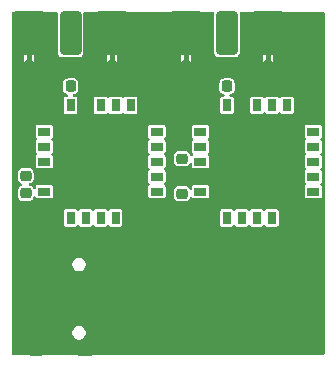
<source format=gbr>
%TF.GenerationSoftware,KiCad,Pcbnew,8.0.5*%
%TF.CreationDate,2025-02-04T19:21:07-06:00*%
%TF.ProjectId,Feather1268,46656174-6865-4723-9132-36382e6b6963,rev?*%
%TF.SameCoordinates,Original*%
%TF.FileFunction,Copper,L4,Bot*%
%TF.FilePolarity,Positive*%
%FSLAX46Y46*%
G04 Gerber Fmt 4.6, Leading zero omitted, Abs format (unit mm)*
G04 Created by KiCad (PCBNEW 8.0.5) date 2025-02-04 19:21:07*
%MOMM*%
%LPD*%
G01*
G04 APERTURE LIST*
G04 Aperture macros list*
%AMRoundRect*
0 Rectangle with rounded corners*
0 $1 Rounding radius*
0 $2 $3 $4 $5 $6 $7 $8 $9 X,Y pos of 4 corners*
0 Add a 4 corners polygon primitive as box body*
4,1,4,$2,$3,$4,$5,$6,$7,$8,$9,$2,$3,0*
0 Add four circle primitives for the rounded corners*
1,1,$1+$1,$2,$3*
1,1,$1+$1,$4,$5*
1,1,$1+$1,$6,$7*
1,1,$1+$1,$8,$9*
0 Add four rect primitives between the rounded corners*
20,1,$1+$1,$2,$3,$4,$5,0*
20,1,$1+$1,$4,$5,$6,$7,0*
20,1,$1+$1,$6,$7,$8,$9,0*
20,1,$1+$1,$8,$9,$2,$3,0*%
G04 Aperture macros list end*
%TA.AperFunction,EtchedComponent*%
%ADD10C,0.460000*%
%TD*%
%TA.AperFunction,SMDPad,CuDef*%
%ADD11R,0.762800X1.061999*%
%TD*%
%TA.AperFunction,SMDPad,CuDef*%
%ADD12R,1.061999X0.762800*%
%TD*%
%TA.AperFunction,SMDPad,CuDef*%
%ADD13RoundRect,0.218750X-0.218750X-0.256250X0.218750X-0.256250X0.218750X0.256250X-0.218750X0.256250X0*%
%TD*%
%TA.AperFunction,SMDPad,CuDef*%
%ADD14RoundRect,0.250000X0.640000X-1.595000X0.640000X1.595000X-0.640000X1.595000X-0.640000X-1.595000X0*%
%TD*%
%TA.AperFunction,ComponentPad*%
%ADD15C,0.970000*%
%TD*%
%TA.AperFunction,SMDPad,CuDef*%
%ADD16RoundRect,0.250000X1.082500X-1.595000X1.082500X1.595000X-1.082500X1.595000X-1.082500X-1.595000X0*%
%TD*%
%TA.AperFunction,ComponentPad*%
%ADD17O,2.100000X1.000000*%
%TD*%
%TA.AperFunction,ComponentPad*%
%ADD18O,1.800000X1.000000*%
%TD*%
%TA.AperFunction,SMDPad,CuDef*%
%ADD19RoundRect,0.225000X-0.250000X0.225000X-0.250000X-0.225000X0.250000X-0.225000X0.250000X0.225000X0*%
%TD*%
%TA.AperFunction,SMDPad,CuDef*%
%ADD20RoundRect,0.225000X0.250000X-0.225000X0.250000X0.225000X-0.250000X0.225000X-0.250000X-0.225000X0*%
%TD*%
%TA.AperFunction,ViaPad*%
%ADD21C,0.600000*%
%TD*%
G04 APERTURE END LIST*
D10*
%TO.C,J3*%
X125485000Y-32500000D02*
X125485000Y-29765000D01*
X118500000Y-32500000D02*
X118500000Y-29765000D01*
%TO.C,J1*%
X131737500Y-32500000D02*
X131737500Y-29765000D01*
X138722500Y-32500000D02*
X138722500Y-29765000D01*
%TD*%
D11*
%TO.P,U4,20,DIO1*%
%TO.N,/E22_DI01_1*%
X121992500Y-45420600D03*
%TO.P,U4,19,DIO2*%
%TO.N,/E22_DI02_1*%
X123262500Y-45420600D03*
%TO.P,U4,18,DIO3*%
%TO.N,/E22_DI03_1*%
X124532500Y-45420600D03*
%TO.P,U4,17,NC*%
%TO.N,unconnected-(U4-NC-Pad17)*%
X125802500Y-45420600D03*
%TO.P,U4,16,GND*%
%TO.N,GND*%
X127072500Y-45420600D03*
D12*
%TO.P,U4,15,SCK*%
%TO.N,/SPI_SCK*%
X129305300Y-43187800D03*
%TO.P,U4,14,NSS*%
%TO.N,/E22_CS_1*%
X129305300Y-41917800D03*
%TO.P,U4,13,MOSI*%
%TO.N,/SPI_MOSI*%
X129305300Y-40647800D03*
%TO.P,U4,12,MISO*%
%TO.N,/SPI_MISO*%
X129305300Y-39377800D03*
%TO.P,U4,11,BUSY*%
%TO.N,/E22_BUSY_1*%
X129305300Y-38107800D03*
D11*
%TO.P,U4,10,RXEN*%
%TO.N,/E22_RXEN_1*%
X127072500Y-35875000D03*
%TO.P,U4,9,TXEN*%
%TO.N,/E22_TXEN_1*%
X125802500Y-35875000D03*
%TO.P,U4,8,NC*%
%TO.N,unconnected-(U4-NC-Pad8)*%
X124532500Y-35875000D03*
%TO.P,U4,7,GND*%
%TO.N,GND*%
X123262500Y-35875000D03*
%TO.P,U4,6,ANT*%
%TO.N,Net-(J3-In)*%
X121992500Y-35875000D03*
D12*
%TO.P,U4,5,NC*%
%TO.N,unconnected-(U4-NC-Pad5)*%
X119759700Y-38107800D03*
%TO.P,U4,4,NC*%
%TO.N,unconnected-(U4-NC-Pad4)*%
X119759700Y-39377800D03*
%TO.P,U4,3,NRST*%
%TO.N,/E22_RESET_1*%
X119759700Y-40647800D03*
%TO.P,U4,2,GND*%
%TO.N,GND*%
X119759700Y-41917800D03*
%TO.P,U4,1,VCC*%
%TO.N,+3V3*%
X119759700Y-43187800D03*
%TD*%
%TO.P,U1,1,VCC*%
%TO.N,+3V3*%
X132997200Y-43187800D03*
%TO.P,U1,2,GND*%
%TO.N,GND*%
X132997200Y-41917800D03*
%TO.P,U1,3,NRST*%
%TO.N,/E22_RESET_0*%
X132997200Y-40647800D03*
%TO.P,U1,4,NC*%
%TO.N,unconnected-(U1-NC-Pad4)*%
X132997200Y-39377800D03*
%TO.P,U1,5,NC*%
%TO.N,unconnected-(U1-NC-Pad5)*%
X132997200Y-38107800D03*
D11*
%TO.P,U1,6,ANT*%
%TO.N,Net-(J1-In)*%
X135230000Y-35875000D03*
%TO.P,U1,7,GND*%
%TO.N,GND*%
X136500000Y-35875000D03*
%TO.P,U1,8,NC*%
%TO.N,unconnected-(U1-NC-Pad8)*%
X137770000Y-35875000D03*
%TO.P,U1,9,TXEN*%
%TO.N,/E22_TXEN_0*%
X139040000Y-35875000D03*
%TO.P,U1,10,RXEN*%
%TO.N,/E22_RXEN_0*%
X140310000Y-35875000D03*
D12*
%TO.P,U1,11,BUSY*%
%TO.N,/E22_BUSY_0*%
X142542800Y-38107800D03*
%TO.P,U1,12,MISO*%
%TO.N,/SPI_MISO*%
X142542800Y-39377800D03*
%TO.P,U1,13,MOSI*%
%TO.N,/SPI_MOSI*%
X142542800Y-40647800D03*
%TO.P,U1,14,NSS*%
%TO.N,/E22_CS_0*%
X142542800Y-41917800D03*
%TO.P,U1,15,SCK*%
%TO.N,/SPI_SCK*%
X142542800Y-43187800D03*
D11*
%TO.P,U1,16,GND*%
%TO.N,GND*%
X140310000Y-45420600D03*
%TO.P,U1,17,NC*%
%TO.N,unconnected-(U1-NC-Pad17)*%
X139040000Y-45420600D03*
%TO.P,U1,18,DIO3*%
%TO.N,/E22_DI03_0*%
X137770000Y-45420600D03*
%TO.P,U1,19,DIO2*%
%TO.N,/E22_DI02_0*%
X136500000Y-45420600D03*
%TO.P,U1,20,DIO1*%
%TO.N,/E22_DI01_0*%
X135230000Y-45420600D03*
%TD*%
D13*
%TO.P,L2,1,1*%
%TO.N,Net-(J3-In)*%
X122005000Y-34275000D03*
%TO.P,L2,2,2*%
%TO.N,GND*%
X123580000Y-34275000D03*
%TD*%
%TO.P,L1,1,1*%
%TO.N,Net-(J1-In)*%
X135242500Y-34275000D03*
%TO.P,L1,2,2*%
%TO.N,GND*%
X136817500Y-34275000D03*
%TD*%
D14*
%TO.P,J3,1,In*%
%TO.N,Net-(J3-In)*%
X121992500Y-29765000D03*
D15*
%TO.P,J3,2,Ext*%
%TO.N,GND*%
X125485000Y-32500000D03*
X118500000Y-32500000D03*
D16*
X125485000Y-29765000D03*
X118500000Y-29765000D03*
%TD*%
D17*
%TO.P,J2,S1,SHIELD*%
%TO.N,GND*%
X123215000Y-47930000D03*
D18*
X119035000Y-47930000D03*
D17*
X123215000Y-56570000D03*
D18*
X119035000Y-56570000D03*
%TD*%
D16*
%TO.P,J1,2,Ext*%
%TO.N,GND*%
X131737500Y-29765000D03*
X138722500Y-29765000D03*
D15*
X131737500Y-32500000D03*
X138722500Y-32500000D03*
D14*
%TO.P,J1,1,In*%
%TO.N,Net-(J1-In)*%
X135230000Y-29765000D03*
%TD*%
D19*
%TO.P,C8,1*%
%TO.N,+3V3*%
X118192500Y-43325000D03*
%TO.P,C8,2*%
%TO.N,GND*%
X118192500Y-44875000D03*
%TD*%
%TO.P,C3,2*%
%TO.N,GND*%
X131430000Y-44925000D03*
%TO.P,C3,1*%
%TO.N,+3V3*%
X131430000Y-43375000D03*
%TD*%
%TO.P,C2,2*%
%TO.N,GND*%
X131430000Y-41950000D03*
%TO.P,C2,1*%
%TO.N,+3V3*%
X131430000Y-40400000D03*
%TD*%
D20*
%TO.P,C1,1*%
%TO.N,+3V3*%
X118192500Y-41850000D03*
%TO.P,C1,2*%
%TO.N,GND*%
X118192500Y-40300000D03*
%TD*%
D21*
%TO.N,+3V3*%
X142100000Y-32775000D03*
X139500000Y-33600000D03*
X140325000Y-32775000D03*
X119388900Y-35825000D03*
%TD*%
%TA.AperFunction,Conductor*%
%TO.N,GND*%
G36*
X120862279Y-28019407D02*
G01*
X120898243Y-28068907D01*
X120902655Y-28108747D01*
X120902000Y-28115728D01*
X120902000Y-31414274D01*
X120904853Y-31444694D01*
X120904855Y-31444703D01*
X120949707Y-31572883D01*
X121030345Y-31682144D01*
X121030347Y-31682146D01*
X121030350Y-31682150D01*
X121030353Y-31682152D01*
X121030355Y-31682154D01*
X121139616Y-31762792D01*
X121139617Y-31762792D01*
X121139618Y-31762793D01*
X121267801Y-31807646D01*
X121298225Y-31810499D01*
X121298227Y-31810500D01*
X121298234Y-31810500D01*
X122686773Y-31810500D01*
X122686773Y-31810499D01*
X122717199Y-31807646D01*
X122845382Y-31762793D01*
X122954650Y-31682150D01*
X123035293Y-31572882D01*
X123080146Y-31444699D01*
X123082999Y-31414273D01*
X123083000Y-31414273D01*
X123083000Y-29708324D01*
X125054500Y-29708324D01*
X125054500Y-32556676D01*
X125083838Y-32666167D01*
X125140514Y-32764333D01*
X125220667Y-32844486D01*
X125318833Y-32901162D01*
X125428324Y-32930500D01*
X125428326Y-32930500D01*
X125541674Y-32930500D01*
X125541676Y-32930500D01*
X125651167Y-32901162D01*
X125749333Y-32844486D01*
X125829486Y-32764333D01*
X125886162Y-32666167D01*
X125915500Y-32556676D01*
X125915500Y-29708324D01*
X131307000Y-29708324D01*
X131307000Y-32556676D01*
X131336338Y-32666167D01*
X131393014Y-32764333D01*
X131473167Y-32844486D01*
X131571333Y-32901162D01*
X131680824Y-32930500D01*
X131680826Y-32930500D01*
X131794174Y-32930500D01*
X131794176Y-32930500D01*
X131903667Y-32901162D01*
X132001833Y-32844486D01*
X132081986Y-32764333D01*
X132138662Y-32666167D01*
X132168000Y-32556676D01*
X132168000Y-29708324D01*
X132138662Y-29598833D01*
X132081986Y-29500667D01*
X132001833Y-29420514D01*
X131903667Y-29363838D01*
X131794176Y-29334500D01*
X131680824Y-29334500D01*
X131571333Y-29363838D01*
X131473167Y-29420514D01*
X131393014Y-29500667D01*
X131336338Y-29598833D01*
X131307000Y-29708324D01*
X125915500Y-29708324D01*
X125886162Y-29598833D01*
X125829486Y-29500667D01*
X125749333Y-29420514D01*
X125651167Y-29363838D01*
X125541676Y-29334500D01*
X125428324Y-29334500D01*
X125318833Y-29363838D01*
X125220667Y-29420514D01*
X125140514Y-29500667D01*
X125083838Y-29598833D01*
X125054500Y-29708324D01*
X123083000Y-29708324D01*
X123083000Y-28115728D01*
X123082345Y-28108747D01*
X123095734Y-28049045D01*
X123141659Y-28008614D01*
X123180912Y-28000500D01*
X134041588Y-28000500D01*
X134099779Y-28019407D01*
X134135743Y-28068907D01*
X134140155Y-28108747D01*
X134139500Y-28115728D01*
X134139500Y-31414274D01*
X134142353Y-31444694D01*
X134142355Y-31444703D01*
X134187207Y-31572883D01*
X134267845Y-31682144D01*
X134267847Y-31682146D01*
X134267850Y-31682150D01*
X134267853Y-31682152D01*
X134267855Y-31682154D01*
X134377116Y-31762792D01*
X134377117Y-31762792D01*
X134377118Y-31762793D01*
X134505301Y-31807646D01*
X134535725Y-31810499D01*
X134535727Y-31810500D01*
X134535734Y-31810500D01*
X135924273Y-31810500D01*
X135924273Y-31810499D01*
X135954699Y-31807646D01*
X136082882Y-31762793D01*
X136192150Y-31682150D01*
X136272793Y-31572882D01*
X136317646Y-31444699D01*
X136320499Y-31414273D01*
X136320500Y-31414273D01*
X136320500Y-29708324D01*
X138292000Y-29708324D01*
X138292000Y-32556676D01*
X138321338Y-32666167D01*
X138378014Y-32764333D01*
X138458167Y-32844486D01*
X138556333Y-32901162D01*
X138665824Y-32930500D01*
X138665826Y-32930500D01*
X138779174Y-32930500D01*
X138779176Y-32930500D01*
X138888667Y-32901162D01*
X138986833Y-32844486D01*
X139066986Y-32764333D01*
X139123662Y-32666167D01*
X139153000Y-32556676D01*
X139153000Y-29708324D01*
X139123662Y-29598833D01*
X139066986Y-29500667D01*
X138986833Y-29420514D01*
X138888667Y-29363838D01*
X138779176Y-29334500D01*
X138665824Y-29334500D01*
X138556333Y-29363838D01*
X138458167Y-29420514D01*
X138378014Y-29500667D01*
X138321338Y-29598833D01*
X138292000Y-29708324D01*
X136320500Y-29708324D01*
X136320500Y-28115728D01*
X136319845Y-28108747D01*
X136333234Y-28049045D01*
X136379159Y-28008614D01*
X136418412Y-28000500D01*
X143400500Y-28000500D01*
X143458691Y-28019407D01*
X143494655Y-28068907D01*
X143499500Y-28099500D01*
X143499500Y-56900500D01*
X143480593Y-56958691D01*
X143431093Y-56994655D01*
X143400500Y-56999500D01*
X117099500Y-56999500D01*
X117041309Y-56980593D01*
X117005345Y-56931093D01*
X117000500Y-56900500D01*
X117000500Y-55064234D01*
X122139500Y-55064234D01*
X122139500Y-55215766D01*
X122174086Y-55344847D01*
X122178720Y-55362139D01*
X122254481Y-55493360D01*
X122254483Y-55493362D01*
X122254485Y-55493365D01*
X122361635Y-55600515D01*
X122361637Y-55600516D01*
X122361639Y-55600518D01*
X122492861Y-55676279D01*
X122492859Y-55676279D01*
X122492863Y-55676280D01*
X122492865Y-55676281D01*
X122639234Y-55715500D01*
X122639236Y-55715500D01*
X122790764Y-55715500D01*
X122790766Y-55715500D01*
X122937135Y-55676281D01*
X122937137Y-55676279D01*
X122937139Y-55676279D01*
X123068360Y-55600518D01*
X123068360Y-55600517D01*
X123068365Y-55600515D01*
X123175515Y-55493365D01*
X123251281Y-55362135D01*
X123290500Y-55215766D01*
X123290500Y-55064234D01*
X123251281Y-54917865D01*
X123251279Y-54917862D01*
X123251279Y-54917860D01*
X123175518Y-54786639D01*
X123175516Y-54786637D01*
X123175515Y-54786635D01*
X123068365Y-54679485D01*
X123068362Y-54679483D01*
X123068360Y-54679481D01*
X122937138Y-54603720D01*
X122937140Y-54603720D01*
X122880347Y-54588503D01*
X122790766Y-54564500D01*
X122639234Y-54564500D01*
X122549652Y-54588503D01*
X122492860Y-54603720D01*
X122361639Y-54679481D01*
X122254481Y-54786639D01*
X122178720Y-54917860D01*
X122178719Y-54917865D01*
X122139500Y-55064234D01*
X117000500Y-55064234D01*
X117000500Y-49284234D01*
X122139500Y-49284234D01*
X122139500Y-49435766D01*
X122174086Y-49564847D01*
X122178720Y-49582139D01*
X122254481Y-49713360D01*
X122254483Y-49713362D01*
X122254485Y-49713365D01*
X122361635Y-49820515D01*
X122361637Y-49820516D01*
X122361639Y-49820518D01*
X122492861Y-49896279D01*
X122492859Y-49896279D01*
X122492863Y-49896280D01*
X122492865Y-49896281D01*
X122639234Y-49935500D01*
X122639236Y-49935500D01*
X122790764Y-49935500D01*
X122790766Y-49935500D01*
X122937135Y-49896281D01*
X122937137Y-49896279D01*
X122937139Y-49896279D01*
X123068360Y-49820518D01*
X123068360Y-49820517D01*
X123068365Y-49820515D01*
X123175515Y-49713365D01*
X123251281Y-49582135D01*
X123290500Y-49435766D01*
X123290500Y-49284234D01*
X123251281Y-49137865D01*
X123251279Y-49137862D01*
X123251279Y-49137860D01*
X123175518Y-49006639D01*
X123175516Y-49006637D01*
X123175515Y-49006635D01*
X123068365Y-48899485D01*
X123068362Y-48899483D01*
X123068360Y-48899481D01*
X122937138Y-48823720D01*
X122937140Y-48823720D01*
X122880347Y-48808503D01*
X122790766Y-48784500D01*
X122639234Y-48784500D01*
X122549652Y-48808503D01*
X122492860Y-48823720D01*
X122361639Y-48899481D01*
X122254481Y-49006639D01*
X122178720Y-49137860D01*
X122178719Y-49137865D01*
X122139500Y-49284234D01*
X117000500Y-49284234D01*
X117000500Y-44869853D01*
X121410600Y-44869853D01*
X121410600Y-45971346D01*
X121410601Y-45971358D01*
X121422232Y-46029827D01*
X121422234Y-46029833D01*
X121439815Y-46056144D01*
X121466548Y-46096152D01*
X121532869Y-46140467D01*
X121577331Y-46149311D01*
X121591341Y-46152098D01*
X121591346Y-46152098D01*
X121591352Y-46152100D01*
X121591353Y-46152100D01*
X122393647Y-46152100D01*
X122393648Y-46152100D01*
X122452131Y-46140467D01*
X122518452Y-46096152D01*
X122545185Y-46056142D01*
X122593234Y-46018264D01*
X122654372Y-46015862D01*
X122705246Y-46049855D01*
X122709804Y-46056128D01*
X122736548Y-46096152D01*
X122802869Y-46140467D01*
X122847331Y-46149311D01*
X122861341Y-46152098D01*
X122861346Y-46152098D01*
X122861352Y-46152100D01*
X122861353Y-46152100D01*
X123663647Y-46152100D01*
X123663648Y-46152100D01*
X123722131Y-46140467D01*
X123788452Y-46096152D01*
X123815185Y-46056142D01*
X123863234Y-46018264D01*
X123924372Y-46015862D01*
X123975246Y-46049855D01*
X123979804Y-46056128D01*
X124006548Y-46096152D01*
X124072869Y-46140467D01*
X124117331Y-46149311D01*
X124131341Y-46152098D01*
X124131346Y-46152098D01*
X124131352Y-46152100D01*
X124131353Y-46152100D01*
X124933647Y-46152100D01*
X124933648Y-46152100D01*
X124992131Y-46140467D01*
X125058452Y-46096152D01*
X125085185Y-46056142D01*
X125133234Y-46018264D01*
X125194372Y-46015862D01*
X125245246Y-46049855D01*
X125249804Y-46056128D01*
X125276548Y-46096152D01*
X125342869Y-46140467D01*
X125387331Y-46149311D01*
X125401341Y-46152098D01*
X125401346Y-46152098D01*
X125401352Y-46152100D01*
X125401353Y-46152100D01*
X126203647Y-46152100D01*
X126203648Y-46152100D01*
X126262131Y-46140467D01*
X126328452Y-46096152D01*
X126372767Y-46029831D01*
X126384400Y-45971348D01*
X126384400Y-44869853D01*
X134648100Y-44869853D01*
X134648100Y-45971346D01*
X134648101Y-45971358D01*
X134659732Y-46029827D01*
X134659734Y-46029833D01*
X134677315Y-46056144D01*
X134704048Y-46096152D01*
X134770369Y-46140467D01*
X134814831Y-46149311D01*
X134828841Y-46152098D01*
X134828846Y-46152098D01*
X134828852Y-46152100D01*
X134828853Y-46152100D01*
X135631147Y-46152100D01*
X135631148Y-46152100D01*
X135689631Y-46140467D01*
X135755952Y-46096152D01*
X135782685Y-46056142D01*
X135830734Y-46018264D01*
X135891872Y-46015862D01*
X135942746Y-46049855D01*
X135947304Y-46056128D01*
X135974048Y-46096152D01*
X136040369Y-46140467D01*
X136084831Y-46149311D01*
X136098841Y-46152098D01*
X136098846Y-46152098D01*
X136098852Y-46152100D01*
X136098853Y-46152100D01*
X136901147Y-46152100D01*
X136901148Y-46152100D01*
X136959631Y-46140467D01*
X137025952Y-46096152D01*
X137052685Y-46056142D01*
X137100734Y-46018264D01*
X137161872Y-46015862D01*
X137212746Y-46049855D01*
X137217304Y-46056128D01*
X137244048Y-46096152D01*
X137310369Y-46140467D01*
X137354831Y-46149311D01*
X137368841Y-46152098D01*
X137368846Y-46152098D01*
X137368852Y-46152100D01*
X137368853Y-46152100D01*
X138171147Y-46152100D01*
X138171148Y-46152100D01*
X138229631Y-46140467D01*
X138295952Y-46096152D01*
X138322685Y-46056142D01*
X138370734Y-46018264D01*
X138431872Y-46015862D01*
X138482746Y-46049855D01*
X138487304Y-46056128D01*
X138514048Y-46096152D01*
X138580369Y-46140467D01*
X138624831Y-46149311D01*
X138638841Y-46152098D01*
X138638846Y-46152098D01*
X138638852Y-46152100D01*
X138638853Y-46152100D01*
X139441147Y-46152100D01*
X139441148Y-46152100D01*
X139499631Y-46140467D01*
X139565952Y-46096152D01*
X139610267Y-46029831D01*
X139621900Y-45971348D01*
X139621900Y-44869852D01*
X139610267Y-44811369D01*
X139565952Y-44745048D01*
X139565948Y-44745045D01*
X139499633Y-44700734D01*
X139499631Y-44700733D01*
X139499628Y-44700732D01*
X139499627Y-44700732D01*
X139441158Y-44689101D01*
X139441148Y-44689100D01*
X138638852Y-44689100D01*
X138638851Y-44689100D01*
X138638841Y-44689101D01*
X138580372Y-44700732D01*
X138580366Y-44700734D01*
X138514051Y-44745045D01*
X138514045Y-44745051D01*
X138487315Y-44785056D01*
X138439265Y-44822935D01*
X138378127Y-44825337D01*
X138327253Y-44791344D01*
X138322685Y-44785056D01*
X138295954Y-44745051D01*
X138295952Y-44745048D01*
X138295948Y-44745045D01*
X138229633Y-44700734D01*
X138229631Y-44700733D01*
X138229628Y-44700732D01*
X138229627Y-44700732D01*
X138171158Y-44689101D01*
X138171148Y-44689100D01*
X137368852Y-44689100D01*
X137368851Y-44689100D01*
X137368841Y-44689101D01*
X137310372Y-44700732D01*
X137310366Y-44700734D01*
X137244051Y-44745045D01*
X137244045Y-44745051D01*
X137217315Y-44785056D01*
X137169265Y-44822935D01*
X137108127Y-44825337D01*
X137057253Y-44791344D01*
X137052685Y-44785056D01*
X137025954Y-44745051D01*
X137025952Y-44745048D01*
X137025948Y-44745045D01*
X136959633Y-44700734D01*
X136959631Y-44700733D01*
X136959628Y-44700732D01*
X136959627Y-44700732D01*
X136901158Y-44689101D01*
X136901148Y-44689100D01*
X136098852Y-44689100D01*
X136098851Y-44689100D01*
X136098841Y-44689101D01*
X136040372Y-44700732D01*
X136040366Y-44700734D01*
X135974051Y-44745045D01*
X135974045Y-44745051D01*
X135947315Y-44785056D01*
X135899265Y-44822935D01*
X135838127Y-44825337D01*
X135787253Y-44791344D01*
X135782685Y-44785056D01*
X135755954Y-44745051D01*
X135755952Y-44745048D01*
X135755948Y-44745045D01*
X135689633Y-44700734D01*
X135689631Y-44700733D01*
X135689628Y-44700732D01*
X135689627Y-44700732D01*
X135631158Y-44689101D01*
X135631148Y-44689100D01*
X134828852Y-44689100D01*
X134828851Y-44689100D01*
X134828841Y-44689101D01*
X134770372Y-44700732D01*
X134770366Y-44700734D01*
X134704051Y-44745045D01*
X134704045Y-44745051D01*
X134659734Y-44811366D01*
X134659732Y-44811372D01*
X134648101Y-44869841D01*
X134648100Y-44869853D01*
X126384400Y-44869853D01*
X126384400Y-44869852D01*
X126372767Y-44811369D01*
X126328452Y-44745048D01*
X126328448Y-44745045D01*
X126262133Y-44700734D01*
X126262131Y-44700733D01*
X126262128Y-44700732D01*
X126262127Y-44700732D01*
X126203658Y-44689101D01*
X126203648Y-44689100D01*
X125401352Y-44689100D01*
X125401351Y-44689100D01*
X125401341Y-44689101D01*
X125342872Y-44700732D01*
X125342866Y-44700734D01*
X125276551Y-44745045D01*
X125276545Y-44745051D01*
X125249815Y-44785056D01*
X125201765Y-44822935D01*
X125140627Y-44825337D01*
X125089753Y-44791344D01*
X125085185Y-44785056D01*
X125058454Y-44745051D01*
X125058452Y-44745048D01*
X125058448Y-44745045D01*
X124992133Y-44700734D01*
X124992131Y-44700733D01*
X124992128Y-44700732D01*
X124992127Y-44700732D01*
X124933658Y-44689101D01*
X124933648Y-44689100D01*
X124131352Y-44689100D01*
X124131351Y-44689100D01*
X124131341Y-44689101D01*
X124072872Y-44700732D01*
X124072866Y-44700734D01*
X124006551Y-44745045D01*
X124006545Y-44745051D01*
X123979815Y-44785056D01*
X123931765Y-44822935D01*
X123870627Y-44825337D01*
X123819753Y-44791344D01*
X123815185Y-44785056D01*
X123788454Y-44745051D01*
X123788452Y-44745048D01*
X123788448Y-44745045D01*
X123722133Y-44700734D01*
X123722131Y-44700733D01*
X123722128Y-44700732D01*
X123722127Y-44700732D01*
X123663658Y-44689101D01*
X123663648Y-44689100D01*
X122861352Y-44689100D01*
X122861351Y-44689100D01*
X122861341Y-44689101D01*
X122802872Y-44700732D01*
X122802866Y-44700734D01*
X122736551Y-44745045D01*
X122736545Y-44745051D01*
X122709815Y-44785056D01*
X122661765Y-44822935D01*
X122600627Y-44825337D01*
X122549753Y-44791344D01*
X122545185Y-44785056D01*
X122518454Y-44745051D01*
X122518452Y-44745048D01*
X122518448Y-44745045D01*
X122452133Y-44700734D01*
X122452131Y-44700733D01*
X122452128Y-44700732D01*
X122452127Y-44700732D01*
X122393658Y-44689101D01*
X122393648Y-44689100D01*
X121591352Y-44689100D01*
X121591351Y-44689100D01*
X121591341Y-44689101D01*
X121532872Y-44700732D01*
X121532866Y-44700734D01*
X121466551Y-44745045D01*
X121466545Y-44745051D01*
X121422234Y-44811366D01*
X121422232Y-44811372D01*
X121410601Y-44869841D01*
X121410600Y-44869853D01*
X117000500Y-44869853D01*
X117000500Y-41591510D01*
X117517000Y-41591510D01*
X117517000Y-42108489D01*
X117532781Y-42208125D01*
X117532783Y-42208132D01*
X117593970Y-42328217D01*
X117593972Y-42328220D01*
X117689280Y-42423528D01*
X117689282Y-42423529D01*
X117809367Y-42484716D01*
X117809369Y-42484716D01*
X117809374Y-42484719D01*
X117840943Y-42489719D01*
X117895459Y-42517497D01*
X117923236Y-42572014D01*
X117913664Y-42632446D01*
X117870399Y-42675710D01*
X117840943Y-42685281D01*
X117809374Y-42690281D01*
X117809367Y-42690283D01*
X117689282Y-42751470D01*
X117593970Y-42846782D01*
X117532783Y-42966867D01*
X117532781Y-42966874D01*
X117517000Y-43066510D01*
X117517000Y-43583489D01*
X117520190Y-43603632D01*
X117525843Y-43639324D01*
X117532781Y-43683125D01*
X117532783Y-43683132D01*
X117593970Y-43803217D01*
X117593972Y-43803220D01*
X117689280Y-43898528D01*
X117689282Y-43898529D01*
X117809367Y-43959716D01*
X117809369Y-43959716D01*
X117809374Y-43959719D01*
X117885041Y-43971703D01*
X117909010Y-43975500D01*
X117909012Y-43975500D01*
X118475990Y-43975500D01*
X118497385Y-43972111D01*
X118575626Y-43959719D01*
X118695720Y-43898528D01*
X118791028Y-43803220D01*
X118846245Y-43694849D01*
X118852216Y-43683132D01*
X118852216Y-43683131D01*
X118852219Y-43683126D01*
X118853291Y-43676355D01*
X118881068Y-43621839D01*
X118935584Y-43594061D01*
X118996016Y-43603632D01*
X119032793Y-43640408D01*
X119034416Y-43639324D01*
X119039833Y-43647431D01*
X119084148Y-43713752D01*
X119150469Y-43758067D01*
X119194931Y-43766911D01*
X119208941Y-43769698D01*
X119208946Y-43769698D01*
X119208952Y-43769700D01*
X119208953Y-43769700D01*
X120310447Y-43769700D01*
X120310448Y-43769700D01*
X120368931Y-43758067D01*
X120435252Y-43713752D01*
X120479567Y-43647431D01*
X120491200Y-43588948D01*
X120491200Y-42786652D01*
X120479567Y-42728169D01*
X120435252Y-42661848D01*
X120435248Y-42661845D01*
X120368933Y-42617534D01*
X120368931Y-42617533D01*
X120368928Y-42617532D01*
X120368927Y-42617532D01*
X120310458Y-42605901D01*
X120310448Y-42605900D01*
X119208952Y-42605900D01*
X119208951Y-42605900D01*
X119208941Y-42605901D01*
X119150472Y-42617532D01*
X119150466Y-42617534D01*
X119084151Y-42661845D01*
X119084145Y-42661851D01*
X119039834Y-42728166D01*
X119039832Y-42728172D01*
X119028201Y-42786641D01*
X119028200Y-42786653D01*
X119028200Y-42899891D01*
X119009293Y-42958082D01*
X118959793Y-42994046D01*
X118898607Y-42994046D01*
X118849107Y-42958082D01*
X118840991Y-42944837D01*
X118791029Y-42846782D01*
X118791028Y-42846780D01*
X118695720Y-42751472D01*
X118695717Y-42751470D01*
X118575632Y-42690283D01*
X118575627Y-42690281D01*
X118575626Y-42690281D01*
X118544056Y-42685280D01*
X118489540Y-42657503D01*
X118461763Y-42602987D01*
X118471335Y-42542555D01*
X118514599Y-42499290D01*
X118544057Y-42489719D01*
X118575626Y-42484719D01*
X118695720Y-42423528D01*
X118791028Y-42328220D01*
X118852219Y-42208126D01*
X118868000Y-42108488D01*
X118868000Y-41591512D01*
X118852219Y-41491874D01*
X118852216Y-41491869D01*
X118852216Y-41491867D01*
X118791029Y-41371782D01*
X118791028Y-41371780D01*
X118695720Y-41276472D01*
X118695717Y-41276470D01*
X118575632Y-41215283D01*
X118575627Y-41215281D01*
X118575626Y-41215281D01*
X118542413Y-41210020D01*
X118475990Y-41199500D01*
X118475988Y-41199500D01*
X117909012Y-41199500D01*
X117909010Y-41199500D01*
X117809374Y-41215281D01*
X117809367Y-41215283D01*
X117689282Y-41276470D01*
X117593970Y-41371782D01*
X117532783Y-41491867D01*
X117532781Y-41491874D01*
X117517000Y-41591510D01*
X117000500Y-41591510D01*
X117000500Y-37706653D01*
X119028200Y-37706653D01*
X119028200Y-38508946D01*
X119028201Y-38508958D01*
X119039832Y-38567427D01*
X119039833Y-38567431D01*
X119084148Y-38633752D01*
X119084151Y-38633754D01*
X119124156Y-38660485D01*
X119162035Y-38708535D01*
X119164437Y-38769673D01*
X119130444Y-38820547D01*
X119124156Y-38825115D01*
X119084151Y-38851845D01*
X119084145Y-38851851D01*
X119039834Y-38918166D01*
X119039832Y-38918172D01*
X119028201Y-38976641D01*
X119028200Y-38976653D01*
X119028200Y-39778946D01*
X119028201Y-39778958D01*
X119037653Y-39826472D01*
X119039833Y-39837431D01*
X119084148Y-39903752D01*
X119084151Y-39903754D01*
X119124156Y-39930485D01*
X119162035Y-39978535D01*
X119164437Y-40039673D01*
X119130444Y-40090547D01*
X119124156Y-40095115D01*
X119084151Y-40121845D01*
X119084145Y-40121851D01*
X119039834Y-40188166D01*
X119039832Y-40188172D01*
X119028201Y-40246641D01*
X119028200Y-40246653D01*
X119028200Y-41048946D01*
X119028201Y-41048958D01*
X119039832Y-41107427D01*
X119039833Y-41107431D01*
X119084148Y-41173752D01*
X119150469Y-41218067D01*
X119194931Y-41226911D01*
X119208941Y-41229698D01*
X119208946Y-41229698D01*
X119208952Y-41229700D01*
X119208953Y-41229700D01*
X120310447Y-41229700D01*
X120310448Y-41229700D01*
X120368931Y-41218067D01*
X120435252Y-41173752D01*
X120479567Y-41107431D01*
X120491200Y-41048948D01*
X120491200Y-40246652D01*
X120479567Y-40188169D01*
X120435252Y-40121848D01*
X120395242Y-40095114D01*
X120357364Y-40047066D01*
X120354962Y-39985928D01*
X120388955Y-39935054D01*
X120395228Y-39930495D01*
X120435252Y-39903752D01*
X120479567Y-39837431D01*
X120491200Y-39778948D01*
X120491200Y-38976652D01*
X120479567Y-38918169D01*
X120435252Y-38851848D01*
X120395242Y-38825114D01*
X120357364Y-38777066D01*
X120354962Y-38715928D01*
X120388955Y-38665054D01*
X120395228Y-38660495D01*
X120435252Y-38633752D01*
X120479567Y-38567431D01*
X120491200Y-38508948D01*
X120491200Y-37706653D01*
X128573800Y-37706653D01*
X128573800Y-38508946D01*
X128573801Y-38508958D01*
X128585432Y-38567427D01*
X128585433Y-38567431D01*
X128629748Y-38633752D01*
X128629751Y-38633754D01*
X128669756Y-38660485D01*
X128707635Y-38708535D01*
X128710037Y-38769673D01*
X128676044Y-38820547D01*
X128669756Y-38825115D01*
X128629751Y-38851845D01*
X128629745Y-38851851D01*
X128585434Y-38918166D01*
X128585432Y-38918172D01*
X128573801Y-38976641D01*
X128573800Y-38976653D01*
X128573800Y-39778946D01*
X128573801Y-39778958D01*
X128583253Y-39826472D01*
X128585433Y-39837431D01*
X128629748Y-39903752D01*
X128629751Y-39903754D01*
X128669756Y-39930485D01*
X128707635Y-39978535D01*
X128710037Y-40039673D01*
X128676044Y-40090547D01*
X128669756Y-40095115D01*
X128629751Y-40121845D01*
X128629745Y-40121851D01*
X128585434Y-40188166D01*
X128585432Y-40188172D01*
X128573801Y-40246641D01*
X128573800Y-40246653D01*
X128573800Y-41048946D01*
X128573801Y-41048958D01*
X128585432Y-41107427D01*
X128585433Y-41107431D01*
X128629748Y-41173752D01*
X128629751Y-41173754D01*
X128669756Y-41200485D01*
X128707635Y-41248535D01*
X128710037Y-41309673D01*
X128676044Y-41360547D01*
X128669756Y-41365115D01*
X128629751Y-41391845D01*
X128629745Y-41391851D01*
X128585434Y-41458166D01*
X128585432Y-41458172D01*
X128573801Y-41516641D01*
X128573800Y-41516653D01*
X128573800Y-42318946D01*
X128573801Y-42318958D01*
X128585432Y-42377427D01*
X128585434Y-42377433D01*
X128616235Y-42423529D01*
X128629748Y-42443752D01*
X128629751Y-42443754D01*
X128669756Y-42470485D01*
X128707635Y-42518535D01*
X128710037Y-42579673D01*
X128676044Y-42630547D01*
X128669756Y-42635115D01*
X128629751Y-42661845D01*
X128629745Y-42661851D01*
X128585434Y-42728166D01*
X128585432Y-42728172D01*
X128573801Y-42786641D01*
X128573800Y-42786653D01*
X128573800Y-43588946D01*
X128573801Y-43588958D01*
X128585432Y-43647427D01*
X128585434Y-43647433D01*
X128609283Y-43683125D01*
X128629748Y-43713752D01*
X128696069Y-43758067D01*
X128740531Y-43766911D01*
X128754541Y-43769698D01*
X128754546Y-43769698D01*
X128754552Y-43769700D01*
X128754553Y-43769700D01*
X129856047Y-43769700D01*
X129856048Y-43769700D01*
X129914531Y-43758067D01*
X129980852Y-43713752D01*
X130025167Y-43647431D01*
X130036800Y-43588948D01*
X130036800Y-43116512D01*
X130754500Y-43116512D01*
X130754500Y-43633488D01*
X130767212Y-43713752D01*
X130770281Y-43733125D01*
X130770283Y-43733132D01*
X130831470Y-43853217D01*
X130831472Y-43853220D01*
X130926780Y-43948528D01*
X130926782Y-43948529D01*
X131046867Y-44009716D01*
X131046869Y-44009716D01*
X131046874Y-44009719D01*
X131122541Y-44021703D01*
X131146510Y-44025500D01*
X131146512Y-44025500D01*
X131713490Y-44025500D01*
X131734885Y-44022111D01*
X131813126Y-44009719D01*
X131933220Y-43948528D01*
X132028528Y-43853220D01*
X132089719Y-43733126D01*
X132097072Y-43686698D01*
X132124849Y-43632183D01*
X132179366Y-43604405D01*
X132239798Y-43613976D01*
X132277168Y-43647184D01*
X132277332Y-43647430D01*
X132277333Y-43647431D01*
X132321648Y-43713752D01*
X132387969Y-43758067D01*
X132432431Y-43766911D01*
X132446441Y-43769698D01*
X132446446Y-43769698D01*
X132446452Y-43769700D01*
X132446453Y-43769700D01*
X133547947Y-43769700D01*
X133547948Y-43769700D01*
X133606431Y-43758067D01*
X133672752Y-43713752D01*
X133717067Y-43647431D01*
X133728700Y-43588948D01*
X133728700Y-42786652D01*
X133717067Y-42728169D01*
X133672752Y-42661848D01*
X133672748Y-42661845D01*
X133606433Y-42617534D01*
X133606431Y-42617533D01*
X133606428Y-42617532D01*
X133606427Y-42617532D01*
X133547958Y-42605901D01*
X133547948Y-42605900D01*
X132446452Y-42605900D01*
X132446451Y-42605900D01*
X132446441Y-42605901D01*
X132387972Y-42617532D01*
X132387966Y-42617534D01*
X132321651Y-42661845D01*
X132321645Y-42661851D01*
X132277334Y-42728166D01*
X132277332Y-42728172D01*
X132265701Y-42786641D01*
X132265700Y-42786653D01*
X132265700Y-42949891D01*
X132246793Y-43008082D01*
X132197293Y-43044046D01*
X132136107Y-43044046D01*
X132086607Y-43008082D01*
X132078491Y-42994837D01*
X132028529Y-42896782D01*
X132028528Y-42896780D01*
X131933220Y-42801472D01*
X131933217Y-42801470D01*
X131813132Y-42740283D01*
X131813127Y-42740281D01*
X131813126Y-42740281D01*
X131779913Y-42735020D01*
X131713490Y-42724500D01*
X131713488Y-42724500D01*
X131146512Y-42724500D01*
X131146510Y-42724500D01*
X131046874Y-42740281D01*
X131046867Y-42740283D01*
X130926782Y-42801470D01*
X130831470Y-42896782D01*
X130770283Y-43016867D01*
X130770281Y-43016874D01*
X130754500Y-43116512D01*
X130036800Y-43116512D01*
X130036800Y-42786652D01*
X130025167Y-42728169D01*
X129980852Y-42661848D01*
X129940842Y-42635114D01*
X129902964Y-42587066D01*
X129900562Y-42525928D01*
X129934555Y-42475054D01*
X129940828Y-42470495D01*
X129980852Y-42443752D01*
X130025167Y-42377431D01*
X130036800Y-42318948D01*
X130036800Y-41516652D01*
X130025167Y-41458169D01*
X129980852Y-41391848D01*
X129940842Y-41365114D01*
X129902964Y-41317066D01*
X129900562Y-41255928D01*
X129934555Y-41205054D01*
X129940828Y-41200495D01*
X129980852Y-41173752D01*
X130025167Y-41107431D01*
X130036800Y-41048948D01*
X130036800Y-40246652D01*
X130025167Y-40188169D01*
X129993990Y-40141510D01*
X130754500Y-40141510D01*
X130754500Y-40658489D01*
X130770281Y-40758125D01*
X130770283Y-40758132D01*
X130831470Y-40878217D01*
X130831472Y-40878220D01*
X130926780Y-40973528D01*
X130926782Y-40973529D01*
X131046867Y-41034716D01*
X131046869Y-41034716D01*
X131046874Y-41034719D01*
X131122541Y-41046703D01*
X131146510Y-41050500D01*
X131146512Y-41050500D01*
X131713490Y-41050500D01*
X131734885Y-41047111D01*
X131813126Y-41034719D01*
X131933220Y-40973528D01*
X132028528Y-40878220D01*
X132078491Y-40780161D01*
X132121755Y-40736898D01*
X132182187Y-40727327D01*
X132236704Y-40755105D01*
X132264481Y-40809621D01*
X132265700Y-40825108D01*
X132265700Y-41048946D01*
X132265701Y-41048958D01*
X132277332Y-41107427D01*
X132277333Y-41107431D01*
X132321648Y-41173752D01*
X132387969Y-41218067D01*
X132432431Y-41226911D01*
X132446441Y-41229698D01*
X132446446Y-41229698D01*
X132446452Y-41229700D01*
X132446453Y-41229700D01*
X133547947Y-41229700D01*
X133547948Y-41229700D01*
X133606431Y-41218067D01*
X133672752Y-41173752D01*
X133717067Y-41107431D01*
X133728700Y-41048948D01*
X133728700Y-40246652D01*
X133717067Y-40188169D01*
X133672752Y-40121848D01*
X133632742Y-40095114D01*
X133594864Y-40047066D01*
X133592462Y-39985928D01*
X133626455Y-39935054D01*
X133632728Y-39930495D01*
X133672752Y-39903752D01*
X133717067Y-39837431D01*
X133728700Y-39778948D01*
X133728700Y-38976652D01*
X133717067Y-38918169D01*
X133672752Y-38851848D01*
X133632742Y-38825114D01*
X133594864Y-38777066D01*
X133592462Y-38715928D01*
X133626455Y-38665054D01*
X133632728Y-38660495D01*
X133672752Y-38633752D01*
X133717067Y-38567431D01*
X133728700Y-38508948D01*
X133728700Y-37706653D01*
X141811300Y-37706653D01*
X141811300Y-38508946D01*
X141811301Y-38508958D01*
X141822932Y-38567427D01*
X141822933Y-38567431D01*
X141867248Y-38633752D01*
X141867251Y-38633754D01*
X141907256Y-38660485D01*
X141945135Y-38708535D01*
X141947537Y-38769673D01*
X141913544Y-38820547D01*
X141907256Y-38825115D01*
X141867251Y-38851845D01*
X141867245Y-38851851D01*
X141822934Y-38918166D01*
X141822932Y-38918172D01*
X141811301Y-38976641D01*
X141811300Y-38976653D01*
X141811300Y-39778946D01*
X141811301Y-39778958D01*
X141820753Y-39826472D01*
X141822933Y-39837431D01*
X141867248Y-39903752D01*
X141867251Y-39903754D01*
X141907256Y-39930485D01*
X141945135Y-39978535D01*
X141947537Y-40039673D01*
X141913544Y-40090547D01*
X141907256Y-40095115D01*
X141867251Y-40121845D01*
X141867245Y-40121851D01*
X141822934Y-40188166D01*
X141822932Y-40188172D01*
X141811301Y-40246641D01*
X141811300Y-40246653D01*
X141811300Y-41048946D01*
X141811301Y-41048958D01*
X141822932Y-41107427D01*
X141822933Y-41107431D01*
X141867248Y-41173752D01*
X141867251Y-41173754D01*
X141907256Y-41200485D01*
X141945135Y-41248535D01*
X141947537Y-41309673D01*
X141913544Y-41360547D01*
X141907256Y-41365115D01*
X141867251Y-41391845D01*
X141867245Y-41391851D01*
X141822934Y-41458166D01*
X141822932Y-41458172D01*
X141811301Y-41516641D01*
X141811300Y-41516653D01*
X141811300Y-42318946D01*
X141811301Y-42318958D01*
X141822932Y-42377427D01*
X141822934Y-42377433D01*
X141853735Y-42423529D01*
X141867248Y-42443752D01*
X141867251Y-42443754D01*
X141907256Y-42470485D01*
X141945135Y-42518535D01*
X141947537Y-42579673D01*
X141913544Y-42630547D01*
X141907256Y-42635115D01*
X141867251Y-42661845D01*
X141867245Y-42661851D01*
X141822934Y-42728166D01*
X141822932Y-42728172D01*
X141811301Y-42786641D01*
X141811300Y-42786653D01*
X141811300Y-43588946D01*
X141811301Y-43588958D01*
X141822932Y-43647427D01*
X141822934Y-43647433D01*
X141846783Y-43683125D01*
X141867248Y-43713752D01*
X141933569Y-43758067D01*
X141978031Y-43766911D01*
X141992041Y-43769698D01*
X141992046Y-43769698D01*
X141992052Y-43769700D01*
X141992053Y-43769700D01*
X143093547Y-43769700D01*
X143093548Y-43769700D01*
X143152031Y-43758067D01*
X143218352Y-43713752D01*
X143262667Y-43647431D01*
X143274300Y-43588948D01*
X143274300Y-42786652D01*
X143262667Y-42728169D01*
X143218352Y-42661848D01*
X143178342Y-42635114D01*
X143140464Y-42587066D01*
X143138062Y-42525928D01*
X143172055Y-42475054D01*
X143178328Y-42470495D01*
X143218352Y-42443752D01*
X143262667Y-42377431D01*
X143274300Y-42318948D01*
X143274300Y-41516652D01*
X143262667Y-41458169D01*
X143218352Y-41391848D01*
X143178342Y-41365114D01*
X143140464Y-41317066D01*
X143138062Y-41255928D01*
X143172055Y-41205054D01*
X143178328Y-41200495D01*
X143218352Y-41173752D01*
X143262667Y-41107431D01*
X143274300Y-41048948D01*
X143274300Y-40246652D01*
X143262667Y-40188169D01*
X143218352Y-40121848D01*
X143178342Y-40095114D01*
X143140464Y-40047066D01*
X143138062Y-39985928D01*
X143172055Y-39935054D01*
X143178328Y-39930495D01*
X143218352Y-39903752D01*
X143262667Y-39837431D01*
X143274300Y-39778948D01*
X143274300Y-38976652D01*
X143262667Y-38918169D01*
X143218352Y-38851848D01*
X143178342Y-38825114D01*
X143140464Y-38777066D01*
X143138062Y-38715928D01*
X143172055Y-38665054D01*
X143178328Y-38660495D01*
X143218352Y-38633752D01*
X143262667Y-38567431D01*
X143274300Y-38508948D01*
X143274300Y-37706652D01*
X143262667Y-37648169D01*
X143218352Y-37581848D01*
X143218348Y-37581845D01*
X143152033Y-37537534D01*
X143152031Y-37537533D01*
X143152028Y-37537532D01*
X143152027Y-37537532D01*
X143093558Y-37525901D01*
X143093548Y-37525900D01*
X141992052Y-37525900D01*
X141992051Y-37525900D01*
X141992041Y-37525901D01*
X141933572Y-37537532D01*
X141933566Y-37537534D01*
X141867251Y-37581845D01*
X141867245Y-37581851D01*
X141822934Y-37648166D01*
X141822932Y-37648172D01*
X141811301Y-37706641D01*
X141811300Y-37706653D01*
X133728700Y-37706653D01*
X133728700Y-37706652D01*
X133717067Y-37648169D01*
X133672752Y-37581848D01*
X133672748Y-37581845D01*
X133606433Y-37537534D01*
X133606431Y-37537533D01*
X133606428Y-37537532D01*
X133606427Y-37537532D01*
X133547958Y-37525901D01*
X133547948Y-37525900D01*
X132446452Y-37525900D01*
X132446451Y-37525900D01*
X132446441Y-37525901D01*
X132387972Y-37537532D01*
X132387966Y-37537534D01*
X132321651Y-37581845D01*
X132321645Y-37581851D01*
X132277334Y-37648166D01*
X132277332Y-37648172D01*
X132265701Y-37706641D01*
X132265700Y-37706653D01*
X132265700Y-38508946D01*
X132265701Y-38508958D01*
X132277332Y-38567427D01*
X132277333Y-38567431D01*
X132321648Y-38633752D01*
X132321651Y-38633754D01*
X132361656Y-38660485D01*
X132399535Y-38708535D01*
X132401937Y-38769673D01*
X132367944Y-38820547D01*
X132361656Y-38825115D01*
X132321651Y-38851845D01*
X132321645Y-38851851D01*
X132277334Y-38918166D01*
X132277332Y-38918172D01*
X132265701Y-38976641D01*
X132265700Y-38976653D01*
X132265700Y-39778946D01*
X132265701Y-39778958D01*
X132275153Y-39826472D01*
X132277333Y-39837431D01*
X132321648Y-39903752D01*
X132321651Y-39903754D01*
X132361656Y-39930485D01*
X132399535Y-39978535D01*
X132401937Y-40039673D01*
X132367944Y-40090547D01*
X132361656Y-40095115D01*
X132321651Y-40121845D01*
X132321647Y-40121849D01*
X132284927Y-40176804D01*
X132236876Y-40214682D01*
X132175738Y-40217084D01*
X132124865Y-40183090D01*
X132104831Y-40137288D01*
X132102386Y-40121849D01*
X132089719Y-40041874D01*
X132089716Y-40041869D01*
X132089716Y-40041867D01*
X132028529Y-39921782D01*
X132028528Y-39921780D01*
X131933220Y-39826472D01*
X131933217Y-39826470D01*
X131813132Y-39765283D01*
X131813127Y-39765281D01*
X131813126Y-39765281D01*
X131779913Y-39760020D01*
X131713490Y-39749500D01*
X131713488Y-39749500D01*
X131146512Y-39749500D01*
X131146510Y-39749500D01*
X131046874Y-39765281D01*
X131046867Y-39765283D01*
X130926782Y-39826470D01*
X130831470Y-39921782D01*
X130770283Y-40041867D01*
X130770281Y-40041874D01*
X130754500Y-40141510D01*
X129993990Y-40141510D01*
X129980852Y-40121848D01*
X129940842Y-40095114D01*
X129902964Y-40047066D01*
X129900562Y-39985928D01*
X129934555Y-39935054D01*
X129940828Y-39930495D01*
X129980852Y-39903752D01*
X130025167Y-39837431D01*
X130036800Y-39778948D01*
X130036800Y-38976652D01*
X130025167Y-38918169D01*
X129980852Y-38851848D01*
X129940842Y-38825114D01*
X129902964Y-38777066D01*
X129900562Y-38715928D01*
X129934555Y-38665054D01*
X129940828Y-38660495D01*
X129980852Y-38633752D01*
X130025167Y-38567431D01*
X130036800Y-38508948D01*
X130036800Y-37706652D01*
X130025167Y-37648169D01*
X129980852Y-37581848D01*
X129980848Y-37581845D01*
X129914533Y-37537534D01*
X129914531Y-37537533D01*
X129914528Y-37537532D01*
X129914527Y-37537532D01*
X129856058Y-37525901D01*
X129856048Y-37525900D01*
X128754552Y-37525900D01*
X128754551Y-37525900D01*
X128754541Y-37525901D01*
X128696072Y-37537532D01*
X128696066Y-37537534D01*
X128629751Y-37581845D01*
X128629745Y-37581851D01*
X128585434Y-37648166D01*
X128585432Y-37648172D01*
X128573801Y-37706641D01*
X128573800Y-37706653D01*
X120491200Y-37706653D01*
X120491200Y-37706652D01*
X120479567Y-37648169D01*
X120435252Y-37581848D01*
X120435248Y-37581845D01*
X120368933Y-37537534D01*
X120368931Y-37537533D01*
X120368928Y-37537532D01*
X120368927Y-37537532D01*
X120310458Y-37525901D01*
X120310448Y-37525900D01*
X119208952Y-37525900D01*
X119208951Y-37525900D01*
X119208941Y-37525901D01*
X119150472Y-37537532D01*
X119150466Y-37537534D01*
X119084151Y-37581845D01*
X119084145Y-37581851D01*
X119039834Y-37648166D01*
X119039832Y-37648172D01*
X119028201Y-37706641D01*
X119028200Y-37706653D01*
X117000500Y-37706653D01*
X117000500Y-33985751D01*
X121367000Y-33985751D01*
X121367000Y-34564248D01*
X121382549Y-34662419D01*
X121382550Y-34662423D01*
X121440743Y-34776631D01*
X121442842Y-34780751D01*
X121536749Y-34874658D01*
X121655080Y-34934951D01*
X121716322Y-34944650D01*
X121729380Y-34946719D01*
X121783896Y-34974497D01*
X121811673Y-35029013D01*
X121802101Y-35089446D01*
X121758837Y-35132710D01*
X121713892Y-35143500D01*
X121591352Y-35143500D01*
X121591351Y-35143500D01*
X121591341Y-35143501D01*
X121532872Y-35155132D01*
X121532866Y-35155134D01*
X121466551Y-35199445D01*
X121466545Y-35199451D01*
X121422234Y-35265766D01*
X121422232Y-35265772D01*
X121410601Y-35324241D01*
X121410600Y-35324253D01*
X121410600Y-36425746D01*
X121410601Y-36425758D01*
X121422232Y-36484227D01*
X121422234Y-36484233D01*
X121439815Y-36510544D01*
X121466548Y-36550552D01*
X121532869Y-36594867D01*
X121577331Y-36603711D01*
X121591341Y-36606498D01*
X121591346Y-36606498D01*
X121591352Y-36606500D01*
X121591353Y-36606500D01*
X122393647Y-36606500D01*
X122393648Y-36606500D01*
X122452131Y-36594867D01*
X122518452Y-36550552D01*
X122562767Y-36484231D01*
X122574400Y-36425748D01*
X122574400Y-35324253D01*
X123950600Y-35324253D01*
X123950600Y-36425746D01*
X123950601Y-36425758D01*
X123962232Y-36484227D01*
X123962234Y-36484233D01*
X123979815Y-36510544D01*
X124006548Y-36550552D01*
X124072869Y-36594867D01*
X124117331Y-36603711D01*
X124131341Y-36606498D01*
X124131346Y-36606498D01*
X124131352Y-36606500D01*
X124131353Y-36606500D01*
X124933647Y-36606500D01*
X124933648Y-36606500D01*
X124992131Y-36594867D01*
X125058452Y-36550552D01*
X125085185Y-36510542D01*
X125133234Y-36472664D01*
X125194372Y-36470262D01*
X125245246Y-36504255D01*
X125249804Y-36510528D01*
X125276548Y-36550552D01*
X125342869Y-36594867D01*
X125387331Y-36603711D01*
X125401341Y-36606498D01*
X125401346Y-36606498D01*
X125401352Y-36606500D01*
X125401353Y-36606500D01*
X126203647Y-36606500D01*
X126203648Y-36606500D01*
X126262131Y-36594867D01*
X126328452Y-36550552D01*
X126355185Y-36510542D01*
X126403234Y-36472664D01*
X126464372Y-36470262D01*
X126515246Y-36504255D01*
X126519804Y-36510528D01*
X126546548Y-36550552D01*
X126612869Y-36594867D01*
X126657331Y-36603711D01*
X126671341Y-36606498D01*
X126671346Y-36606498D01*
X126671352Y-36606500D01*
X126671353Y-36606500D01*
X127473647Y-36606500D01*
X127473648Y-36606500D01*
X127532131Y-36594867D01*
X127598452Y-36550552D01*
X127642767Y-36484231D01*
X127654400Y-36425748D01*
X127654400Y-35324252D01*
X127642767Y-35265769D01*
X127598452Y-35199448D01*
X127598448Y-35199445D01*
X127532133Y-35155134D01*
X127532131Y-35155133D01*
X127532128Y-35155132D01*
X127532127Y-35155132D01*
X127473658Y-35143501D01*
X127473648Y-35143500D01*
X126671352Y-35143500D01*
X126671351Y-35143500D01*
X126671341Y-35143501D01*
X126612872Y-35155132D01*
X126612866Y-35155134D01*
X126546551Y-35199445D01*
X126546545Y-35199451D01*
X126519815Y-35239456D01*
X126471765Y-35277335D01*
X126410627Y-35279737D01*
X126359753Y-35245744D01*
X126355185Y-35239456D01*
X126328454Y-35199451D01*
X126328452Y-35199448D01*
X126328448Y-35199445D01*
X126262133Y-35155134D01*
X126262131Y-35155133D01*
X126262128Y-35155132D01*
X126262127Y-35155132D01*
X126203658Y-35143501D01*
X126203648Y-35143500D01*
X125401352Y-35143500D01*
X125401351Y-35143500D01*
X125401341Y-35143501D01*
X125342872Y-35155132D01*
X125342866Y-35155134D01*
X125276551Y-35199445D01*
X125276545Y-35199451D01*
X125249815Y-35239456D01*
X125201765Y-35277335D01*
X125140627Y-35279737D01*
X125089753Y-35245744D01*
X125085185Y-35239456D01*
X125058454Y-35199451D01*
X125058452Y-35199448D01*
X125058448Y-35199445D01*
X124992133Y-35155134D01*
X124992131Y-35155133D01*
X124992128Y-35155132D01*
X124992127Y-35155132D01*
X124933658Y-35143501D01*
X124933648Y-35143500D01*
X124131352Y-35143500D01*
X124131351Y-35143500D01*
X124131341Y-35143501D01*
X124072872Y-35155132D01*
X124072866Y-35155134D01*
X124006551Y-35199445D01*
X124006545Y-35199451D01*
X123962234Y-35265766D01*
X123962232Y-35265772D01*
X123950601Y-35324241D01*
X123950600Y-35324253D01*
X122574400Y-35324253D01*
X122574400Y-35324252D01*
X122562767Y-35265769D01*
X122518452Y-35199448D01*
X122518448Y-35199445D01*
X122452133Y-35155134D01*
X122452131Y-35155133D01*
X122452128Y-35155132D01*
X122452127Y-35155132D01*
X122393658Y-35143501D01*
X122393648Y-35143500D01*
X122296108Y-35143500D01*
X122237917Y-35124593D01*
X122201953Y-35075093D01*
X122201953Y-35013907D01*
X122237917Y-34964407D01*
X122280620Y-34946719D01*
X122292169Y-34944889D01*
X122354920Y-34934951D01*
X122473251Y-34874658D01*
X122567158Y-34780751D01*
X122627451Y-34662420D01*
X122643000Y-34564246D01*
X122643000Y-33985754D01*
X122643000Y-33985751D01*
X134604500Y-33985751D01*
X134604500Y-34564248D01*
X134620049Y-34662419D01*
X134620050Y-34662423D01*
X134678243Y-34776631D01*
X134680342Y-34780751D01*
X134774249Y-34874658D01*
X134892580Y-34934951D01*
X134953822Y-34944650D01*
X134966880Y-34946719D01*
X135021396Y-34974497D01*
X135049173Y-35029013D01*
X135039601Y-35089446D01*
X134996337Y-35132710D01*
X134951392Y-35143500D01*
X134828852Y-35143500D01*
X134828851Y-35143500D01*
X134828841Y-35143501D01*
X134770372Y-35155132D01*
X134770366Y-35155134D01*
X134704051Y-35199445D01*
X134704045Y-35199451D01*
X134659734Y-35265766D01*
X134659732Y-35265772D01*
X134648101Y-35324241D01*
X134648100Y-35324253D01*
X134648100Y-36425746D01*
X134648101Y-36425758D01*
X134659732Y-36484227D01*
X134659734Y-36484233D01*
X134677315Y-36510544D01*
X134704048Y-36550552D01*
X134770369Y-36594867D01*
X134814831Y-36603711D01*
X134828841Y-36606498D01*
X134828846Y-36606498D01*
X134828852Y-36606500D01*
X134828853Y-36606500D01*
X135631147Y-36606500D01*
X135631148Y-36606500D01*
X135689631Y-36594867D01*
X135755952Y-36550552D01*
X135800267Y-36484231D01*
X135811900Y-36425748D01*
X135811900Y-35324253D01*
X137188100Y-35324253D01*
X137188100Y-36425746D01*
X137188101Y-36425758D01*
X137199732Y-36484227D01*
X137199734Y-36484233D01*
X137217315Y-36510544D01*
X137244048Y-36550552D01*
X137310369Y-36594867D01*
X137354831Y-36603711D01*
X137368841Y-36606498D01*
X137368846Y-36606498D01*
X137368852Y-36606500D01*
X137368853Y-36606500D01*
X138171147Y-36606500D01*
X138171148Y-36606500D01*
X138229631Y-36594867D01*
X138295952Y-36550552D01*
X138322685Y-36510542D01*
X138370734Y-36472664D01*
X138431872Y-36470262D01*
X138482746Y-36504255D01*
X138487304Y-36510528D01*
X138514048Y-36550552D01*
X138580369Y-36594867D01*
X138624831Y-36603711D01*
X138638841Y-36606498D01*
X138638846Y-36606498D01*
X138638852Y-36606500D01*
X138638853Y-36606500D01*
X139441147Y-36606500D01*
X139441148Y-36606500D01*
X139499631Y-36594867D01*
X139565952Y-36550552D01*
X139592685Y-36510542D01*
X139640734Y-36472664D01*
X139701872Y-36470262D01*
X139752746Y-36504255D01*
X139757304Y-36510528D01*
X139784048Y-36550552D01*
X139850369Y-36594867D01*
X139894831Y-36603711D01*
X139908841Y-36606498D01*
X139908846Y-36606498D01*
X139908852Y-36606500D01*
X139908853Y-36606500D01*
X140711147Y-36606500D01*
X140711148Y-36606500D01*
X140769631Y-36594867D01*
X140835952Y-36550552D01*
X140880267Y-36484231D01*
X140891900Y-36425748D01*
X140891900Y-35324252D01*
X140880267Y-35265769D01*
X140835952Y-35199448D01*
X140835948Y-35199445D01*
X140769633Y-35155134D01*
X140769631Y-35155133D01*
X140769628Y-35155132D01*
X140769627Y-35155132D01*
X140711158Y-35143501D01*
X140711148Y-35143500D01*
X139908852Y-35143500D01*
X139908851Y-35143500D01*
X139908841Y-35143501D01*
X139850372Y-35155132D01*
X139850366Y-35155134D01*
X139784051Y-35199445D01*
X139784045Y-35199451D01*
X139757315Y-35239456D01*
X139709265Y-35277335D01*
X139648127Y-35279737D01*
X139597253Y-35245744D01*
X139592685Y-35239456D01*
X139565954Y-35199451D01*
X139565952Y-35199448D01*
X139565948Y-35199445D01*
X139499633Y-35155134D01*
X139499631Y-35155133D01*
X139499628Y-35155132D01*
X139499627Y-35155132D01*
X139441158Y-35143501D01*
X139441148Y-35143500D01*
X138638852Y-35143500D01*
X138638851Y-35143500D01*
X138638841Y-35143501D01*
X138580372Y-35155132D01*
X138580366Y-35155134D01*
X138514051Y-35199445D01*
X138514045Y-35199451D01*
X138487315Y-35239456D01*
X138439265Y-35277335D01*
X138378127Y-35279737D01*
X138327253Y-35245744D01*
X138322685Y-35239456D01*
X138295954Y-35199451D01*
X138295952Y-35199448D01*
X138295948Y-35199445D01*
X138229633Y-35155134D01*
X138229631Y-35155133D01*
X138229628Y-35155132D01*
X138229627Y-35155132D01*
X138171158Y-35143501D01*
X138171148Y-35143500D01*
X137368852Y-35143500D01*
X137368851Y-35143500D01*
X137368841Y-35143501D01*
X137310372Y-35155132D01*
X137310366Y-35155134D01*
X137244051Y-35199445D01*
X137244045Y-35199451D01*
X137199734Y-35265766D01*
X137199732Y-35265772D01*
X137188101Y-35324241D01*
X137188100Y-35324253D01*
X135811900Y-35324253D01*
X135811900Y-35324252D01*
X135800267Y-35265769D01*
X135755952Y-35199448D01*
X135755948Y-35199445D01*
X135689633Y-35155134D01*
X135689631Y-35155133D01*
X135689628Y-35155132D01*
X135689627Y-35155132D01*
X135631158Y-35143501D01*
X135631148Y-35143500D01*
X135533608Y-35143500D01*
X135475417Y-35124593D01*
X135439453Y-35075093D01*
X135439453Y-35013907D01*
X135475417Y-34964407D01*
X135518120Y-34946719D01*
X135529669Y-34944889D01*
X135592420Y-34934951D01*
X135710751Y-34874658D01*
X135804658Y-34780751D01*
X135864951Y-34662420D01*
X135880500Y-34564246D01*
X135880500Y-33985754D01*
X135864951Y-33887580D01*
X135804658Y-33769249D01*
X135710751Y-33675342D01*
X135706631Y-33673243D01*
X135592423Y-33615050D01*
X135592420Y-33615049D01*
X135567876Y-33611161D01*
X135494249Y-33599500D01*
X135494246Y-33599500D01*
X134990754Y-33599500D01*
X134990751Y-33599500D01*
X134892580Y-33615049D01*
X134892576Y-33615050D01*
X134774250Y-33675341D01*
X134680341Y-33769250D01*
X134620050Y-33887576D01*
X134620049Y-33887580D01*
X134604500Y-33985751D01*
X122643000Y-33985751D01*
X122627451Y-33887580D01*
X122567158Y-33769249D01*
X122473251Y-33675342D01*
X122469131Y-33673243D01*
X122354923Y-33615050D01*
X122354920Y-33615049D01*
X122330376Y-33611161D01*
X122256749Y-33599500D01*
X122256746Y-33599500D01*
X121753254Y-33599500D01*
X121753251Y-33599500D01*
X121655080Y-33615049D01*
X121655076Y-33615050D01*
X121536750Y-33675341D01*
X121442841Y-33769250D01*
X121382550Y-33887576D01*
X121382549Y-33887580D01*
X121367000Y-33985751D01*
X117000500Y-33985751D01*
X117000500Y-29708324D01*
X118069500Y-29708324D01*
X118069500Y-32556676D01*
X118098838Y-32666167D01*
X118155514Y-32764333D01*
X118235667Y-32844486D01*
X118333833Y-32901162D01*
X118443324Y-32930500D01*
X118443326Y-32930500D01*
X118556674Y-32930500D01*
X118556676Y-32930500D01*
X118666167Y-32901162D01*
X118764333Y-32844486D01*
X118844486Y-32764333D01*
X118901162Y-32666167D01*
X118930500Y-32556676D01*
X118930500Y-29708324D01*
X118901162Y-29598833D01*
X118844486Y-29500667D01*
X118764333Y-29420514D01*
X118666167Y-29363838D01*
X118556676Y-29334500D01*
X118443324Y-29334500D01*
X118333833Y-29363838D01*
X118235667Y-29420514D01*
X118155514Y-29500667D01*
X118098838Y-29598833D01*
X118069500Y-29708324D01*
X117000500Y-29708324D01*
X117000500Y-28099500D01*
X117019407Y-28041309D01*
X117068907Y-28005345D01*
X117099500Y-28000500D01*
X120804088Y-28000500D01*
X120862279Y-28019407D01*
G37*
%TD.AperFunction*%
%TD*%
M02*

</source>
